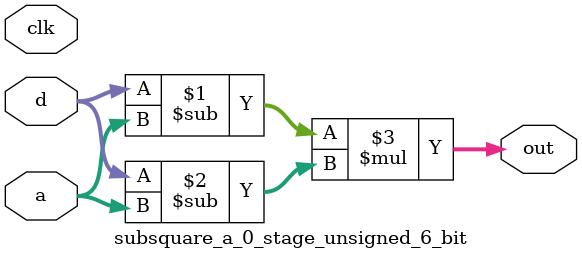
<source format=sv>
(* use_dsp = "yes" *) module subsquare_a_0_stage_unsigned_6_bit(
	input  [5:0] a,
	input  [5:0] d,
	output [5:0] out,
	input clk);

	assign out = (d - a) * (d - a);
endmodule

</source>
